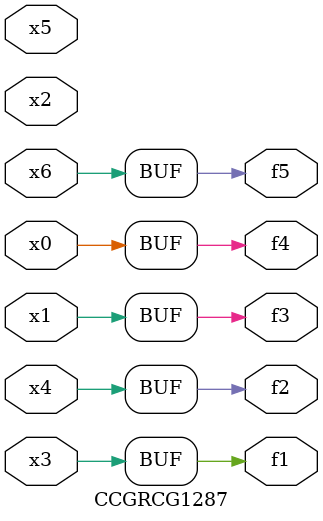
<source format=v>
module CCGRCG1287(
	input x0, x1, x2, x3, x4, x5, x6,
	output f1, f2, f3, f4, f5
);
	assign f1 = x3;
	assign f2 = x4;
	assign f3 = x1;
	assign f4 = x0;
	assign f5 = x6;
endmodule

</source>
